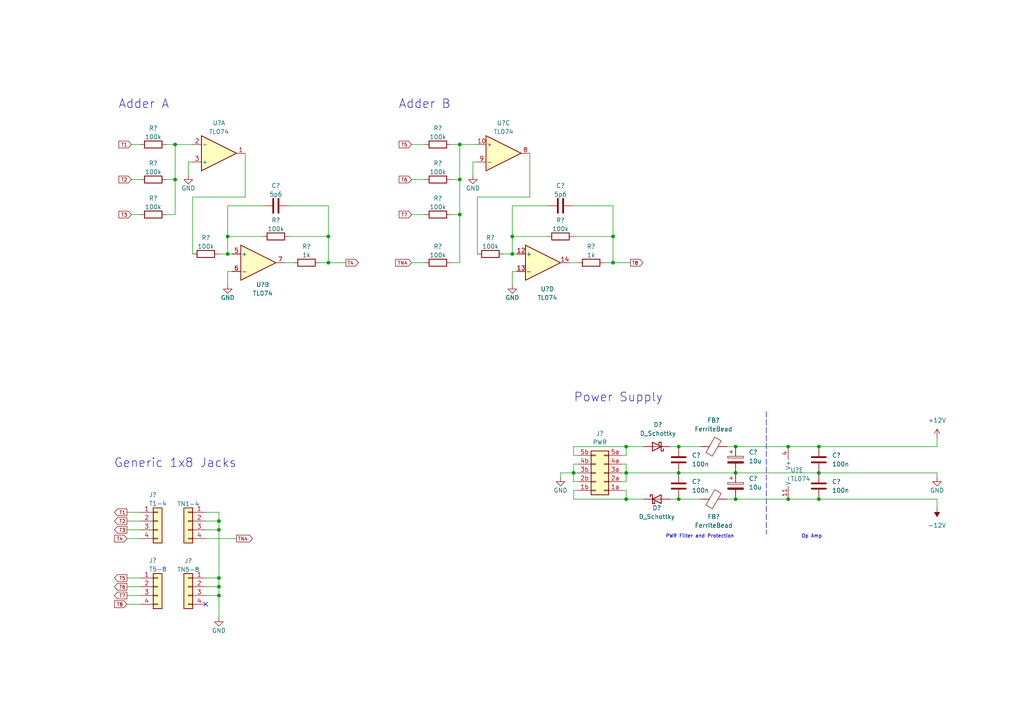
<source format=kicad_sch>
(kicad_sch (version 20211123) (generator eeschema)
  (paper "A4")
  (lib_symbols
    (symbol "Amplifier_Operational:TL074" (pin_names (offset 0.127))
      (property "Reference" "U" (at 0 5.08 0))
      (property "Value" "TL074" (at 0 -5.08 0))
      (symbol "TL074_1_1"
        (polyline (pts (xy -5.08 5.08) (xy 5.08 0) (xy -5.08 -5.08) (xy -5.08 5.08)) (stroke (width 0.254)) (fill (type background)))
        (pin output line (at 7.62 0 180) (length 2.54) (name "~") (number "1"))
        (pin input line (at -7.62 -2.54 0) (length 2.54) (name "-") (number "2"))
        (pin input line (at -7.62 2.54 0) (length 2.54) (name "+") (number "3"))
      )
      (symbol "TL074_2_1"
        (polyline (pts (xy -5.08 5.08) (xy 5.08 0) (xy -5.08 -5.08) (xy -5.08 5.08)) (stroke (width 0.254)) (fill (type background)))
        (pin input line (at -7.62 2.54 0) (length 2.54) (name "+") (number "5"))
        (pin input line (at -7.62 -2.54 0) (length 2.54) (name "-") (number "6"))
        (pin output line (at 7.62 0 180) (length 2.54) (name "~") (number "7"))
      )
      (symbol "TL074_3_1"
        (polyline (pts (xy -5.08 5.08) (xy 5.08 0) (xy -5.08 -5.08) (xy -5.08 5.08)) (stroke (width 0.254)) (fill (type background)))
        (pin input line (at -7.62 2.54 0) (length 2.54) (name "+") (number "10"))
        (pin output line (at 7.62 0 180) (length 2.54) (name "~") (number "8"))
        (pin input line (at -7.62 -2.54 0) (length 2.54) (name "-") (number "9"))
      )
      (symbol "TL074_4_1"
        (polyline (pts (xy -5.08 5.08) (xy 5.08 0) (xy -5.08 -5.08) (xy -5.08 5.08)) (stroke (width 0.254)) (fill (type background)))
        (pin input line (at -7.62 2.54 0) (length 2.54) (name "+") (number "12"))
        (pin input line (at -7.62 -2.54 0) (length 2.54) (name "-") (number "13"))
        (pin output line (at 7.62 0 180) (length 2.54) (name "~") (number "14"))
      )
      (symbol "TL074_5_1"
        (pin power_in line (at -2.54 -7.62 90) (length 3.81) (name "V-") (number "11"))
        (pin power_in line (at -2.54 7.62 270) (length 3.81) (name "V+") (number "4"))
      )
    )
    (symbol "Connector_Generic:Conn_01x04" (pin_names (offset 1.016) hide)
      (property "Reference" "J" (at 0 5.08 0))
      (property "Value" "Conn_01x04" (at 0 -7.62 0))
      (symbol "Conn_01x04_1_1"
        (rectangle (start -1.27 -4.953) (end 0 -5.207) (stroke (width 0.1524)))
        (rectangle (start -1.27 -2.413) (end 0 -2.667) (stroke (width 0.1524)))
        (rectangle (start -1.27 0.127) (end 0 -0.127) (stroke (width 0.1524)))
        (rectangle (start -1.27 2.667) (end 0 2.413) (stroke (width 0.1524)))
        (rectangle (start -1.27 3.81) (end 1.27 -6.35) (stroke (width 0.254)) (fill (type background)))
        (pin passive line (at -5.08 2.54 0) (length 3.81) (name "Pin_1") (number "1"))
        (pin passive line (at -5.08 0 0) (length 3.81) (name "Pin_2") (number "2"))
        (pin passive line (at -5.08 -2.54 0) (length 3.81) (name "Pin_3") (number "3"))
        (pin passive line (at -5.08 -5.08 0) (length 3.81) (name "Pin_4") (number "4"))
      )
    )
    (symbol "Connector_Generic:Conn_02x05_Row_Letter_Last" (pin_names (offset 1.016) hide)
      (property "Reference" "J" (at 1.27 7.62 0))
      (property "Value" "Conn_02x05_Row_Letter_Last" (at 1.27 -7.62 0))
      (symbol "Conn_02x05_Row_Letter_Last_1_1"
        (rectangle (start -1.27 -4.953) (end 0 -5.207) (stroke (width 0.1524)))
        (rectangle (start -1.27 -2.413) (end 0 -2.667) (stroke (width 0.1524)))
        (rectangle (start -1.27 0.127) (end 0 -0.127) (stroke (width 0.1524)))
        (rectangle (start -1.27 2.667) (end 0 2.413) (stroke (width 0.1524)))
        (rectangle (start -1.27 5.207) (end 0 4.953) (stroke (width 0.1524)))
        (rectangle (start -1.27 6.35) (end 3.81 -6.35) (stroke (width 0.254)) (fill (type background)))
        (rectangle (start 3.81 -4.953) (end 2.54 -5.207) (stroke (width 0.1524)))
        (rectangle (start 3.81 -2.413) (end 2.54 -2.667) (stroke (width 0.1524)))
        (rectangle (start 3.81 0.127) (end 2.54 -0.127) (stroke (width 0.1524)))
        (rectangle (start 3.81 2.667) (end 2.54 2.413) (stroke (width 0.1524)))
        (rectangle (start 3.81 5.207) (end 2.54 4.953) (stroke (width 0.1524)))
        (pin passive line (at -5.08 5.08 0) (length 3.81) (name "Pin_1a") (number "1a"))
        (pin passive line (at 7.62 5.08 180) (length 3.81) (name "Pin_1b") (number "1b"))
        (pin passive line (at -5.08 2.54 0) (length 3.81) (name "Pin_2a") (number "2a"))
        (pin passive line (at 7.62 2.54 180) (length 3.81) (name "Pin_2b") (number "2b"))
        (pin passive line (at -5.08 0 0) (length 3.81) (name "Pin_3a") (number "3a"))
        (pin passive line (at 7.62 0 180) (length 3.81) (name "Pin_3b") (number "3b"))
        (pin passive line (at -5.08 -2.54 0) (length 3.81) (name "Pin_4a") (number "4a"))
        (pin passive line (at 7.62 -2.54 180) (length 3.81) (name "Pin_4b") (number "4b"))
        (pin passive line (at -5.08 -5.08 0) (length 3.81) (name "Pin_5a") (number "5a"))
        (pin passive line (at 7.62 -5.08 180) (length 3.81) (name "Pin_5b") (number "5b"))
      )
    )
    (symbol "Device:C" (pin_numbers hide) (pin_names (offset 0.254))
      (property "Reference" "C" (at 0.635 2.54 0))
      (property "Value" "C" (at 0.635 -2.54 0))
      (symbol "C_0_1"
        (polyline (pts (xy -2.032 -0.762) (xy 2.032 -0.762)) (stroke (width 0.508)))
        (polyline (pts (xy -2.032 0.762) (xy 2.032 0.762)) (stroke (width 0.508)))
      )
      (symbol "C_1_1"
        (pin passive line (at 0 3.81 270) (length 2.794) (name "~") (number "1"))
        (pin passive line (at 0 -3.81 90) (length 2.794) (name "~") (number "2"))
      )
    )
    (symbol "Device:C_Polarized" (pin_numbers hide) (pin_names (offset 0.254))
      (property "Reference" "C" (at 0.635 2.54 0))
      (property "Value" "C_Polarized" (at 0.635 -2.54 0))
      (symbol "C_Polarized_0_1"
        (rectangle (start -2.286 0.508) (end 2.286 1.016))
        (polyline (pts (xy -1.778 2.286) (xy -0.762 2.286)))
        (polyline (pts (xy -1.27 2.794) (xy -1.27 1.778)))
        (rectangle (start 2.286 -0.508) (end -2.286 -1.016) (fill (type outline)))
      )
      (symbol "C_Polarized_1_1"
        (pin passive line (at 0 3.81 270) (length 2.794) (name "~") (number "1"))
        (pin passive line (at 0 -3.81 90) (length 2.794) (name "~") (number "2"))
      )
    )
    (symbol "Device:D_Schottky" (pin_numbers hide) (pin_names (offset 1.016) hide)
      (property "Reference" "D" (at 0 2.54 0))
      (property "Value" "D_Schottky" (at 0 -2.54 0))
      (symbol "D_Schottky_0_1"
        (polyline (pts (xy 1.27 0) (xy -1.27 0)))
        (polyline (pts (xy 1.27 1.27) (xy 1.27 -1.27) (xy -1.27 0) (xy 1.27 1.27)) (stroke (width 0.254)))
        (polyline (pts (xy -1.905 0.635) (xy -1.905 1.27) (xy -1.27 1.27) (xy -1.27 -1.27) (xy -0.635 -1.27) (xy -0.635 -0.635)) (stroke (width 0.254)))
      )
      (symbol "D_Schottky_1_1"
        (pin passive line (at -3.81 0 0) (length 2.54) (name "K") (number "1"))
        (pin passive line (at 3.81 0 180) (length 2.54) (name "A") (number "2"))
      )
    )
    (symbol "Device:FerriteBead" (pin_numbers hide) (pin_names (offset 0))
      (property "Reference" "FB" (at -3.81 0.635 90))
      (property "Value" "FerriteBead" (at 3.81 0 90))
      (symbol "FerriteBead_0_1"
        (polyline (pts (xy 0 -1.27) (xy 0 -1.2192)))
        (polyline (pts (xy 0 1.27) (xy 0 1.2954)))
        (polyline (pts (xy -2.7686 0.4064) (xy -1.7018 2.2606) (xy 2.7686 -0.3048) (xy 1.6764 -2.159) (xy -2.7686 0.4064)))
      )
      (symbol "FerriteBead_1_1"
        (pin passive line (at 0 3.81 270) (length 2.54) (name "~") (number "1"))
        (pin passive line (at 0 -3.81 90) (length 2.54) (name "~") (number "2"))
      )
    )
    (symbol "Device:R" (pin_numbers hide) (pin_names (offset 0))
      (property "Reference" "R" (at 2.032 0 90))
      (property "Value" "R" (at 0 0 90))
      (symbol "R_0_1"
        (rectangle (start -1.016 -2.54) (end 1.016 2.54) (stroke (width 0.254)))
      )
      (symbol "R_1_1"
        (pin passive line (at 0 3.81 270) (length 1.27) (name "~") (number "1"))
        (pin passive line (at 0 -3.81 90) (length 1.27) (name "~") (number "2"))
      )
    )
    (symbol "power:+12V" (power) (pin_names (offset 0))
      (property "Value" "+12V" (at 0 3.556 0))
      (symbol "+12V_0_1"
        (polyline (pts (xy -0.762 1.27) (xy 0 2.54)))
        (polyline (pts (xy 0 0) (xy 0 2.54)))
        (polyline (pts (xy 0 2.54) (xy 0.762 1.27)))
      )
      (symbol "+12V_1_1"
        (pin power_in line (at 0 0 90) (length 0) hide (name "+12V") (number "1"))
      )
    )
    (symbol "power:-12V" (power) (pin_names (offset 0))
      (property "Value" "-12V" (at 0 3.81 0))
      (symbol "-12V_0_0"
        (pin power_in line (at 0 0 90) (length 0) hide (name "-12V") (number "1"))
      )
      (symbol "-12V_0_1"
        (polyline (pts (xy 0 0) (xy 0 1.27) (xy 0.762 1.27) (xy 0 2.54) (xy -0.762 1.27) (xy 0 1.27)) (fill (type outline)))
      )
    )
    (symbol "power:GND" (power) (pin_names (offset 0))
      (property "Value" "GND" (at 0 -3.81 0))
      (symbol "GND_0_1"
        (polyline (pts (xy 0 0) (xy 0 -1.27) (xy 1.27 -1.27) (xy 0 -2.54) (xy -1.27 -1.27) (xy 0 -1.27)))
      )
      (symbol "GND_1_1"
        (pin power_in line (at 0 0 270) (length 0) hide (name "GND") (number "1"))
      )
    )
  )
  (junction (at 95.25 76.2))
  (junction (at 50.8 41.91))
  (junction (at 181.61 129.54))
  (junction (at 213.36 137.16))
  (junction (at 181.61 144.78))
  (junction (at 237.49 144.78))
  (junction (at 213.36 129.54))
  (junction (at 133.35 52.07))
  (junction (at 63.5 151.13))
  (junction (at 177.8 68.58))
  (junction (at 237.49 137.16))
  (junction (at 133.35 62.23))
  (junction (at 148.59 68.58))
  (junction (at 63.5 172.72))
  (junction (at 63.5 170.18))
  (junction (at 181.61 137.16))
  (junction (at 50.8 52.07))
  (junction (at 213.36 144.78))
  (junction (at 66.04 73.66))
  (junction (at 196.85 129.54))
  (junction (at 148.59 73.66))
  (junction (at 63.5 153.67))
  (junction (at 237.49 129.54))
  (junction (at 63.5 167.64))
  (junction (at 66.04 68.58))
  (junction (at 228.6 129.54))
  (junction (at 133.35 41.91))
  (junction (at 177.8 76.2))
  (junction (at 95.25 68.58))
  (junction (at 196.85 144.78))
  (junction (at 166.37 137.16))
  (junction (at 196.85 137.16))
  (junction (at 228.6 144.78))
  (no_connect (at 59.69 175.26))
  (wire (pts (xy 119.38 41.91) (xy 123.19 41.91)))
  (wire (pts (xy 271.78 127) (xy 271.78 129.54)))
  (wire (pts (xy 181.61 129.54) (xy 181.61 132.08)))
  (wire (pts (xy 63.5 148.59) (xy 63.5 151.13)))
  (wire (pts (xy 148.59 59.69) (xy 148.59 68.58)))
  (wire (pts (xy 66.04 73.66) (xy 66.04 68.58)))
  (wire (pts (xy 83.82 68.58) (xy 95.25 68.58)))
  (wire (pts (xy 71.12 44.45) (xy 71.12 57.15)))
  (wire (pts (xy 48.26 41.91) (xy 50.8 41.91)))
  (wire (pts (xy 148.59 78.74) (xy 148.59 82.55)))
  (wire (pts (xy 181.61 142.24) (xy 181.61 144.78)))
  (wire (pts (xy 50.8 52.07) (xy 50.8 62.23)))
  (wire (pts (xy 196.85 144.78) (xy 203.2 144.78)))
  (wire (pts (xy 166.37 137.16) (xy 166.37 139.7)))
  (wire (pts (xy 36.83 148.59) (xy 40.64 148.59)))
  (wire (pts (xy 66.04 59.69) (xy 66.04 68.58)))
  (wire (pts (xy 82.55 76.2) (xy 85.09 76.2)))
  (wire (pts (xy 196.85 129.54) (xy 203.2 129.54)))
  (wire (pts (xy 63.5 151.13) (xy 63.5 153.67)))
  (wire (pts (xy 67.31 78.74) (xy 66.04 78.74)))
  (wire (pts (xy 36.83 156.21) (xy 40.64 156.21)))
  (wire (pts (xy 194.31 144.78) (xy 196.85 144.78)))
  (wire (pts (xy 166.37 139.7) (xy 167.64 139.7)))
  (wire (pts (xy 36.83 172.72) (xy 40.64 172.72)))
  (wire (pts (xy 63.5 153.67) (xy 63.5 167.64)))
  (wire (pts (xy 210.82 144.78) (xy 213.36 144.78)))
  (wire (pts (xy 180.34 137.16) (xy 181.61 137.16)))
  (polyline (pts (xy 222.25 119.38) (xy 222.25 154.94)))
  (wire (pts (xy 95.25 59.69) (xy 95.25 68.58)))
  (wire (pts (xy 228.6 144.78) (xy 237.49 144.78)))
  (wire (pts (xy 71.12 57.15) (xy 55.88 57.15)))
  (wire (pts (xy 213.36 144.78) (xy 228.6 144.78)))
  (wire (pts (xy 158.75 59.69) (xy 148.59 59.69)))
  (wire (pts (xy 66.04 78.74) (xy 66.04 82.55)))
  (wire (pts (xy 133.35 41.91) (xy 133.35 52.07)))
  (wire (pts (xy 50.8 41.91) (xy 55.88 41.91)))
  (wire (pts (xy 228.6 129.54) (xy 237.49 129.54)))
  (wire (pts (xy 186.69 144.78) (xy 181.61 144.78)))
  (wire (pts (xy 38.1 62.23) (xy 40.64 62.23)))
  (wire (pts (xy 149.86 78.74) (xy 148.59 78.74)))
  (wire (pts (xy 36.83 153.67) (xy 40.64 153.67)))
  (wire (pts (xy 130.81 62.23) (xy 133.35 62.23)))
  (wire (pts (xy 237.49 137.16) (xy 271.78 137.16)))
  (wire (pts (xy 166.37 137.16) (xy 167.64 137.16)))
  (wire (pts (xy 177.8 76.2) (xy 182.88 76.2)))
  (wire (pts (xy 166.37 142.24) (xy 166.37 144.78)))
  (wire (pts (xy 55.88 46.99) (xy 54.61 46.99)))
  (wire (pts (xy 36.83 151.13) (xy 40.64 151.13)))
  (wire (pts (xy 213.36 137.16) (xy 237.49 137.16)))
  (wire (pts (xy 165.1 76.2) (xy 167.64 76.2)))
  (wire (pts (xy 63.5 172.72) (xy 63.5 179.07)))
  (wire (pts (xy 59.69 172.72) (xy 63.5 172.72)))
  (wire (pts (xy 133.35 52.07) (xy 133.35 62.23)))
  (wire (pts (xy 167.64 142.24) (xy 166.37 142.24)))
  (wire (pts (xy 67.31 73.66) (xy 66.04 73.66)))
  (wire (pts (xy 59.69 170.18) (xy 63.5 170.18)))
  (wire (pts (xy 271.78 147.32) (xy 271.78 144.78)))
  (wire (pts (xy 149.86 73.66) (xy 148.59 73.66)))
  (wire (pts (xy 59.69 151.13) (xy 63.5 151.13)))
  (wire (pts (xy 50.8 41.91) (xy 50.8 52.07)))
  (wire (pts (xy 194.31 129.54) (xy 196.85 129.54)))
  (wire (pts (xy 180.34 132.08) (xy 181.61 132.08)))
  (wire (pts (xy 166.37 132.08) (xy 166.37 129.54)))
  (wire (pts (xy 36.83 167.64) (xy 40.64 167.64)))
  (wire (pts (xy 180.34 139.7) (xy 181.61 139.7)))
  (wire (pts (xy 237.49 144.78) (xy 271.78 144.78)))
  (wire (pts (xy 133.35 41.91) (xy 138.43 41.91)))
  (wire (pts (xy 181.61 134.62) (xy 181.61 137.16)))
  (wire (pts (xy 130.81 52.07) (xy 133.35 52.07)))
  (wire (pts (xy 63.5 167.64) (xy 63.5 170.18)))
  (wire (pts (xy 119.38 62.23) (xy 123.19 62.23)))
  (wire (pts (xy 59.69 156.21) (xy 68.58 156.21)))
  (wire (pts (xy 153.67 57.15) (xy 138.43 57.15)))
  (wire (pts (xy 177.8 68.58) (xy 177.8 76.2)))
  (wire (pts (xy 148.59 73.66) (xy 148.59 68.58)))
  (wire (pts (xy 213.36 129.54) (xy 228.6 129.54)))
  (wire (pts (xy 162.56 138.43) (xy 162.56 137.16)))
  (wire (pts (xy 181.61 137.16) (xy 181.61 139.7)))
  (wire (pts (xy 166.37 132.08) (xy 167.64 132.08)))
  (wire (pts (xy 196.85 137.16) (xy 213.36 137.16)))
  (wire (pts (xy 48.26 52.07) (xy 50.8 52.07)))
  (wire (pts (xy 166.37 134.62) (xy 166.37 137.16)))
  (wire (pts (xy 83.82 59.69) (xy 95.25 59.69)))
  (wire (pts (xy 133.35 76.2) (xy 133.35 62.23)))
  (wire (pts (xy 137.16 46.99) (xy 137.16 50.8)))
  (wire (pts (xy 166.37 129.54) (xy 181.61 129.54)))
  (wire (pts (xy 130.81 41.91) (xy 133.35 41.91)))
  (wire (pts (xy 36.83 170.18) (xy 40.64 170.18)))
  (wire (pts (xy 186.69 129.54) (xy 181.61 129.54)))
  (wire (pts (xy 119.38 76.2) (xy 123.19 76.2)))
  (wire (pts (xy 36.83 175.26) (xy 40.64 175.26)))
  (wire (pts (xy 63.5 170.18) (xy 63.5 172.72)))
  (wire (pts (xy 119.38 52.07) (xy 123.19 52.07)))
  (wire (pts (xy 76.2 59.69) (xy 66.04 59.69)))
  (wire (pts (xy 92.71 76.2) (xy 95.25 76.2)))
  (wire (pts (xy 181.61 137.16) (xy 196.85 137.16)))
  (wire (pts (xy 95.25 76.2) (xy 100.33 76.2)))
  (wire (pts (xy 237.49 129.54) (xy 271.78 129.54)))
  (wire (pts (xy 180.34 134.62) (xy 181.61 134.62)))
  (wire (pts (xy 130.81 76.2) (xy 133.35 76.2)))
  (wire (pts (xy 153.67 44.45) (xy 153.67 57.15)))
  (wire (pts (xy 48.26 62.23) (xy 50.8 62.23)))
  (wire (pts (xy 166.37 144.78) (xy 181.61 144.78)))
  (wire (pts (xy 271.78 138.43) (xy 271.78 137.16)))
  (wire (pts (xy 177.8 59.69) (xy 177.8 68.58)))
  (wire (pts (xy 146.05 73.66) (xy 148.59 73.66)))
  (wire (pts (xy 59.69 167.64) (xy 63.5 167.64)))
  (wire (pts (xy 95.25 68.58) (xy 95.25 76.2)))
  (wire (pts (xy 180.34 142.24) (xy 181.61 142.24)))
  (wire (pts (xy 66.04 68.58) (xy 76.2 68.58)))
  (wire (pts (xy 148.59 68.58) (xy 158.75 68.58)))
  (wire (pts (xy 59.69 148.59) (xy 63.5 148.59)))
  (wire (pts (xy 166.37 68.58) (xy 177.8 68.58)))
  (wire (pts (xy 59.69 153.67) (xy 63.5 153.67)))
  (wire (pts (xy 54.61 46.99) (xy 54.61 50.8)))
  (wire (pts (xy 162.56 137.16) (xy 166.37 137.16)))
  (wire (pts (xy 55.88 57.15) (xy 55.88 73.66)))
  (wire (pts (xy 167.64 134.62) (xy 166.37 134.62)))
  (wire (pts (xy 38.1 41.91) (xy 40.64 41.91)))
  (wire (pts (xy 63.5 73.66) (xy 66.04 73.66)))
  (wire (pts (xy 175.26 76.2) (xy 177.8 76.2)))
  (wire (pts (xy 138.43 46.99) (xy 137.16 46.99)))
  (wire (pts (xy 138.43 57.15) (xy 138.43 73.66)))
  (wire (pts (xy 166.37 59.69) (xy 177.8 59.69)))
  (wire (pts (xy 38.1 52.07) (xy 40.64 52.07)))
  (wire (pts (xy 210.82 129.54) (xy 213.36 129.54)))
  (text "Generic 1x8 Jacks" (at 33.02 135.89 0) (effects (font (size 2.54 2.54)) (justify left bottom)))
  (text "Op Amp" (at 232.41 156.21 0) (effects (font (size 1 1)) (justify left bottom)))
  (text "Power Supply" (at 166.37 116.84 0) (effects (font (size 2.54 2.54)) (justify left bottom)))
  (text "Adder A" (at 34.29 31.75 0) (effects (font (size 2.54 2.54)) (justify left bottom)))
  (text "Adder B" (at 115.57 31.75 0) (effects (font (size 2.54 2.54)) (justify left bottom)))
  (text "PWR Filter and Protection\n" (at 193.04 156.21 0) (effects (font (size 1 1)) (justify left bottom)))
  (global_label "T3" (shape output) (at 36.83 153.67 180) (effects (font (size 1 1))) (property "Intersheet References" "${INTERSHEET_REFS}" (effects hide)))
  (global_label "T7" (shape input) (at 119.38 62.23 180) (effects (font (size 1 1))) (property "Intersheet References" "${INTERSHEET_REFS}" (effects hide)))
  (global_label "T2" (shape input) (at 38.1 52.07 180) (effects (font (size 1 1))) (property "Intersheet References" "${INTERSHEET_REFS}" (effects hide)))
  (global_label "T7" (shape output) (at 36.83 172.72 180) (effects (font (size 1 1))) (property "Intersheet References" "${INTERSHEET_REFS}" (effects hide)))
  (global_label "T1" (shape input) (at 38.1 41.91 180) (effects (font (size 1 1))) (property "Intersheet References" "${INTERSHEET_REFS}" (effects hide)))
  (global_label "T4" (shape input) (at 36.83 156.21 180) (effects (font (size 1 1))) (property "Intersheet References" "${INTERSHEET_REFS}" (effects hide)))
  (global_label "TN4" (shape input) (at 119.38 76.2 180) (effects (font (size 1 1))) (property "Intersheet References" "${INTERSHEET_REFS}" (effects hide)))
  (global_label "T3" (shape input) (at 38.1 62.23 180) (effects (font (size 1 1))) (property "Intersheet References" "${INTERSHEET_REFS}" (effects hide)))
  (global_label "T5" (shape output) (at 36.83 167.64 180) (effects (font (size 1 1))) (property "Intersheet References" "${INTERSHEET_REFS}" (effects hide)))
  (global_label "T1" (shape output) (at 36.83 148.59 180) (effects (font (size 1 1))) (property "Intersheet References" "${INTERSHEET_REFS}" (effects hide)))
  (global_label "T4" (shape output) (at 100.33 76.2 0) (effects (font (size 1 1))) (property "Intersheet References" "${INTERSHEET_REFS}" (effects hide)))
  (global_label "T8" (shape input) (at 36.83 175.26 180) (effects (font (size 1 1))) (property "Intersheet References" "${INTERSHEET_REFS}" (effects hide)))
  (global_label "T8" (shape output) (at 182.88 76.2 0) (effects (font (size 1 1))) (property "Intersheet References" "${INTERSHEET_REFS}" (effects hide)))
  (global_label "T6" (shape input) (at 119.38 52.07 180) (effects (font (size 1 1))) (property "Intersheet References" "${INTERSHEET_REFS}" (effects hide)))
  (global_label "TN4" (shape output) (at 68.58 156.21 0) (effects (font (size 1 1))) (property "Intersheet References" "${INTERSHEET_REFS}" (effects hide)))
  (global_label "T6" (shape output) (at 36.83 170.18 180) (effects (font (size 1 1))) (property "Intersheet References" "${INTERSHEET_REFS}" (effects hide)))
  (global_label "T5" (shape input) (at 119.38 41.91 180) (effects (font (size 1 1))) (property "Intersheet References" "${INTERSHEET_REFS}" (effects hide)))
  (global_label "T2" (shape output) (at 36.83 151.13 180) (effects (font (size 1 1))) (property "Intersheet References" "${INTERSHEET_REFS}" (effects hide)))
  (symbol (lib_id "Device:R") (at 44.45 52.07 90) (unit 1)
    (property "Reference" "R?" (at 44.45 47.3542 90))
    (property "Value" "100k" (at 44.45 49.8911 90))
    (property "Footprint" "Resistor_THT:R_Axial_DIN0207_L6.3mm_D2.5mm_P7.62mm_Horizontal" (effects hide))
  )
  (symbol (lib_id "Device:D_Schottky") (at 190.5 129.54 180) (unit 1)
    (property "Reference" "D?" (at 190.8175 123.19 0))
    (property "Value" "D_Schottky" (at 190.8175 125.73 0))
  )
  (symbol (lib_id "Device:FerriteBead") (at 207.01 144.78 90) (unit 1)
    (property "Reference" "FB?" (at 207.01 149.86 90))
    (property "Value" "FerriteBead" (at 207.01 152.4 90))
  )
  (symbol (lib_id "Device:C") (at 80.01 59.69 90) (unit 1)
    (property "Reference" "C?" (at 80.01 53.8312 90))
    (property "Value" "5p6" (at 80.01 56.3681 90))
  )
  (symbol (lib_id "Device:C") (at 237.49 140.97 0) (unit 1)
    (property "Reference" "C?" (at 241.3 139.6999 0) (effects (justify left)))
    (property "Value" "100n" (at 241.3 142.2399 0) (effects (justify left)))
  )
  (symbol (lib_id "power:GND") (at 137.16 50.8 0) (unit 1)
    (property "Reference" "#PWR?" (effects hide))
    (property "Value" "GND" (at 137.16 54.61 0))
  )
  (symbol (lib_id "power:GND") (at 54.61 50.8 0) (unit 1)
    (property "Reference" "#PWR?" (effects hide))
    (property "Value" "GND" (at 54.61 54.61 0))
  )
  (symbol (lib_id "Device:R") (at 59.69 73.66 90) (unit 1)
    (property "Reference" "R?" (at 59.69 68.9442 90))
    (property "Value" "100k" (at 59.69 71.4811 90))
    (property "Footprint" "Resistor_THT:R_Axial_DIN0207_L6.3mm_D2.5mm_P7.62mm_Horizontal" (effects hide))
  )
  (symbol (lib_id "Device:R") (at 127 76.2 90) (unit 1)
    (property "Reference" "R?" (at 127 71.4842 90))
    (property "Value" "100k" (at 127 74.0211 90))
    (property "Footprint" "Resistor_THT:R_Axial_DIN0207_L6.3mm_D2.5mm_P7.62mm_Horizontal" (effects hide))
  )
  (symbol (lib_id "Amplifier_Operational:TL074") (at 231.14 137.16 0) (unit 5)
    (property "Reference" "U?" (at 229.235 136.3253 0) (effects (justify left)))
    (property "Value" "TL074" (at 229.235 138.8622 0) (effects (justify left)))
    (property "Datasheet" "http://www.ti.com/lit/ds/symlink/tl071.pdf" (effects hide))
  )
  (symbol (lib_id "power:GND") (at 63.5 179.07 0) (unit 1)
    (property "Reference" "#PWR?" (effects hide))
    (property "Value" "GND" (at 63.5 182.88 0))
  )
  (symbol (lib_id "power:GND") (at 148.59 82.55 0) (unit 1)
    (property "Reference" "#PWR?" (effects hide))
    (property "Value" "GND" (at 148.59 86.36 0))
  )
  (symbol (lib_id "Device:C_Polarized") (at 213.36 140.97 0) (unit 1)
    (property "Reference" "C?" (at 217.17 138.8109 0) (effects (justify left)))
    (property "Value" "10u" (at 217.17 141.3509 0) (effects (justify left)))
  )
  (symbol (lib_id "Device:R") (at 171.45 76.2 90) (unit 1)
    (property "Reference" "R?" (at 171.45 71.4842 90))
    (property "Value" "1k" (at 171.45 74.0211 90))
    (property "Footprint" "Resistor_THT:R_Axial_DIN0207_L6.3mm_D2.5mm_P7.62mm_Horizontal" (effects hide))
  )
  (symbol (lib_id "Connector_Generic:Conn_01x04") (at 45.72 170.18 0) (unit 1)
    (property "Reference" "J?" (at 43.18 162.5631 0) (effects (justify left)))
    (property "Value" "T5-8" (at 43.18 165.1 0) (effects (justify left)))
    (property "Footprint" "Connector_PinHeader_2.54mm:PinHeader_1x04_P2.54mm_Vertical" (effects hide))
  )
  (symbol (lib_id "Device:R") (at 162.56 68.58 90) (unit 1)
    (property "Reference" "R?" (at 162.56 63.8642 90))
    (property "Value" "100k" (at 162.56 66.4011 90))
    (property "Footprint" "Resistor_THT:R_Axial_DIN0207_L6.3mm_D2.5mm_P7.62mm_Horizontal" (effects hide))
  )
  (symbol (lib_id "Device:C") (at 237.49 133.35 0) (unit 1)
    (property "Reference" "C?" (at 241.3 132.0799 0) (effects (justify left)))
    (property "Value" "100n" (at 241.3 134.6199 0) (effects (justify left)))
  )
  (symbol (lib_id "Amplifier_Operational:TL074") (at 63.5 44.45 0) (mirror x) (unit 1)
    (property "Reference" "U?" (at 63.5 35.6702 0))
    (property "Value" "TL074" (at 63.5 38.2071 0))
    (property "Datasheet" "http://www.ti.com/lit/ds/symlink/tl071.pdf" (effects hide))
  )
  (symbol (lib_id "Amplifier_Operational:TL074") (at 157.48 76.2 0) (unit 4)
    (property "Reference" "U?" (at 158.75 83.82 0))
    (property "Value" "TL074" (at 158.75 86.3569 0))
    (property "Datasheet" "http://www.ti.com/lit/ds/symlink/tl071.pdf" (effects hide))
  )
  (symbol (lib_id "Device:D_Schottky") (at 190.5 144.78 0) (unit 1)
    (property "Reference" "D?" (at 190.5 147.32 0))
    (property "Value" "D_Schottky" (at 190.5 149.86 0))
  )
  (symbol (lib_id "Connector_Generic:Conn_01x04") (at 45.72 151.13 0) (unit 1)
    (property "Reference" "J?" (at 43.18 143.5131 0) (effects (justify left)))
    (property "Value" "T1-4" (at 43.18 146.05 0) (effects (justify left)))
    (property "Footprint" "Connector_PinHeader_2.54mm:PinHeader_1x04_P2.54mm_Vertical" (effects hide))
  )
  (symbol (lib_id "Device:R") (at 127 62.23 90) (unit 1)
    (property "Reference" "R?" (at 127 57.5142 90))
    (property "Value" "100k" (at 127 60.0511 90))
    (property "Footprint" "Resistor_THT:R_Axial_DIN0207_L6.3mm_D2.5mm_P7.62mm_Horizontal" (effects hide))
  )
  (symbol (lib_id "power:-12V") (at 271.78 147.32 180) (unit 1)
    (property "Reference" "#PWR?" (effects hide))
    (property "Value" "-12V" (at 271.78 152.4 0))
  )
  (symbol (lib_id "Device:C_Polarized") (at 213.36 133.35 0) (unit 1)
    (property "Reference" "C?" (at 217.17 131.1909 0) (effects (justify left)))
    (property "Value" "10u" (at 217.17 133.7309 0) (effects (justify left)))
  )
  (symbol (lib_id "Device:R") (at 127 52.07 90) (unit 1)
    (property "Reference" "R?" (at 127 47.3542 90))
    (property "Value" "100k" (at 127 49.8911 90))
    (property "Footprint" "Resistor_THT:R_Axial_DIN0207_L6.3mm_D2.5mm_P7.62mm_Horizontal" (effects hide))
  )
  (symbol (lib_id "Device:R") (at 127 41.91 90) (unit 1)
    (property "Reference" "R?" (at 127 37.1942 90))
    (property "Value" "100k" (at 127 39.7311 90))
    (property "Footprint" "Resistor_THT:R_Axial_DIN0207_L6.3mm_D2.5mm_P7.62mm_Horizontal" (effects hide))
  )
  (symbol (lib_id "Amplifier_Operational:TL074") (at 74.93 76.2 0) (unit 2)
    (property "Reference" "U?" (at 76.2 82.5531 0))
    (property "Value" "TL074" (at 76.2 85.09 0))
    (property "Datasheet" "http://www.ti.com/lit/ds/symlink/tl071.pdf" (effects hide))
  )
  (symbol (lib_id "Amplifier_Operational:TL074") (at 146.05 44.45 0) (unit 3)
    (property "Reference" "U?" (at 146.05 35.6702 0))
    (property "Value" "TL074" (at 146.05 38.2071 0))
    (property "Datasheet" "http://www.ti.com/lit/ds/symlink/tl071.pdf" (effects hide))
  )
  (symbol (lib_id "Device:R") (at 142.24 73.66 90) (unit 1)
    (property "Reference" "R?" (at 142.24 68.9442 90))
    (property "Value" "100k" (at 142.24 71.4811 90))
    (property "Footprint" "Resistor_THT:R_Axial_DIN0207_L6.3mm_D2.5mm_P7.62mm_Horizontal" (effects hide))
  )
  (symbol (lib_id "Device:R") (at 44.45 62.23 90) (unit 1)
    (property "Reference" "R?" (at 44.45 57.5142 90))
    (property "Value" "100k" (at 44.45 60.0511 90))
    (property "Footprint" "Resistor_THT:R_Axial_DIN0207_L6.3mm_D2.5mm_P7.62mm_Horizontal" (effects hide))
  )
  (symbol (lib_id "Device:C") (at 162.56 59.69 90) (unit 1)
    (property "Reference" "C?" (at 162.56 53.8312 90))
    (property "Value" "5p6" (at 162.56 56.3681 90))
  )
  (symbol (lib_id "power:GND") (at 66.04 82.55 0) (unit 1)
    (property "Reference" "#PWR?" (effects hide))
    (property "Value" "GND" (at 66.04 86.36 0))
  )
  (symbol (lib_id "Device:FerriteBead") (at 207.01 129.54 90) (unit 1)
    (property "Reference" "FB?" (at 206.9592 121.92 90))
    (property "Value" "FerriteBead" (at 206.9592 124.46 90))
  )
  (symbol (lib_id "Device:R") (at 80.01 68.58 90) (unit 1)
    (property "Reference" "R?" (at 80.01 63.8642 90))
    (property "Value" "100k" (at 80.01 66.4011 90))
    (property "Footprint" "Resistor_THT:R_Axial_DIN0207_L6.3mm_D2.5mm_P7.62mm_Horizontal" (effects hide))
  )
  (symbol (lib_id "power:GND") (at 162.56 138.43 0) (unit 1)
    (property "Reference" "#PWR?" (effects hide))
    (property "Value" "GND" (at 162.56 142.24 0))
  )
  (symbol (lib_id "power:GND") (at 271.78 138.43 0) (unit 1)
    (property "Reference" "#PWR?" (effects hide))
    (property "Value" "GND" (at 271.78 142.24 0))
  )
  (symbol (lib_id "Connector_Generic:Conn_02x05_Row_Letter_Last") (at 175.26 137.16 180) (unit 1)
    (property "Reference" "J?" (at 173.99 125.73 0))
    (property "Value" "PWR" (at 173.99 128.27 0))
  )
  (symbol (lib_id "Connector_Generic:Conn_01x04") (at 54.61 151.13 0) (mirror y) (unit 1)
    (property "Reference" "J?" (at 54.61 143.6202 0) (effects (font (size 0 0))))
    (property "Value" "TN1-4" (at 54.61 146.1571 0))
    (property "Footprint" "Connector_PinHeader_2.54mm:PinHeader_1x04_P2.54mm_Vertical" (effects hide))
  )
  (symbol (lib_id "Connector_Generic:Conn_01x04") (at 54.61 170.18 0) (mirror y) (unit 1)
    (property "Reference" "J?" (at 54.61 162.6702 0))
    (property "Value" "TN5-8" (at 54.61 165.2071 0))
    (property "Footprint" "Connector_PinHeader_2.54mm:PinHeader_1x04_P2.54mm_Vertical" (effects hide))
  )
  (symbol (lib_id "Device:C") (at 196.85 133.35 0) (unit 1)
    (property "Reference" "C?" (at 200.66 132.0799 0) (effects (justify left)))
    (property "Value" "100n" (at 200.66 134.6199 0) (effects (justify left)))
  )
  (symbol (lib_id "Device:R") (at 88.9 76.2 90) (unit 1)
    (property "Reference" "R?" (at 88.9 71.4842 90))
    (property "Value" "1k" (at 88.9 74.0211 90))
    (property "Footprint" "Resistor_THT:R_Axial_DIN0207_L6.3mm_D2.5mm_P7.62mm_Horizontal" (effects hide))
  )
  (symbol (lib_id "Device:R") (at 44.45 41.91 90) (unit 1)
    (property "Reference" "R?" (at 44.45 37.1942 90))
    (property "Value" "100k" (at 44.45 39.7311 90))
    (property "Footprint" "Resistor_THT:R_Axial_DIN0207_L6.3mm_D2.5mm_P7.62mm_Horizontal" (effects hide))
  )
  (symbol (lib_id "power:+12V") (at 271.78 127 0) (unit 1)
    (property "Reference" "#PWR?" (effects hide))
    (property "Value" "+12V" (at 271.78 121.92 0))
  )
  (symbol (lib_id "Device:C") (at 196.85 140.97 0) (unit 1)
    (property "Reference" "C?" (at 200.66 139.6999 0) (effects (justify left)))
    (property "Value" "100n" (at 200.66 142.2399 0) (effects (justify left)))
  )
)
</source>
